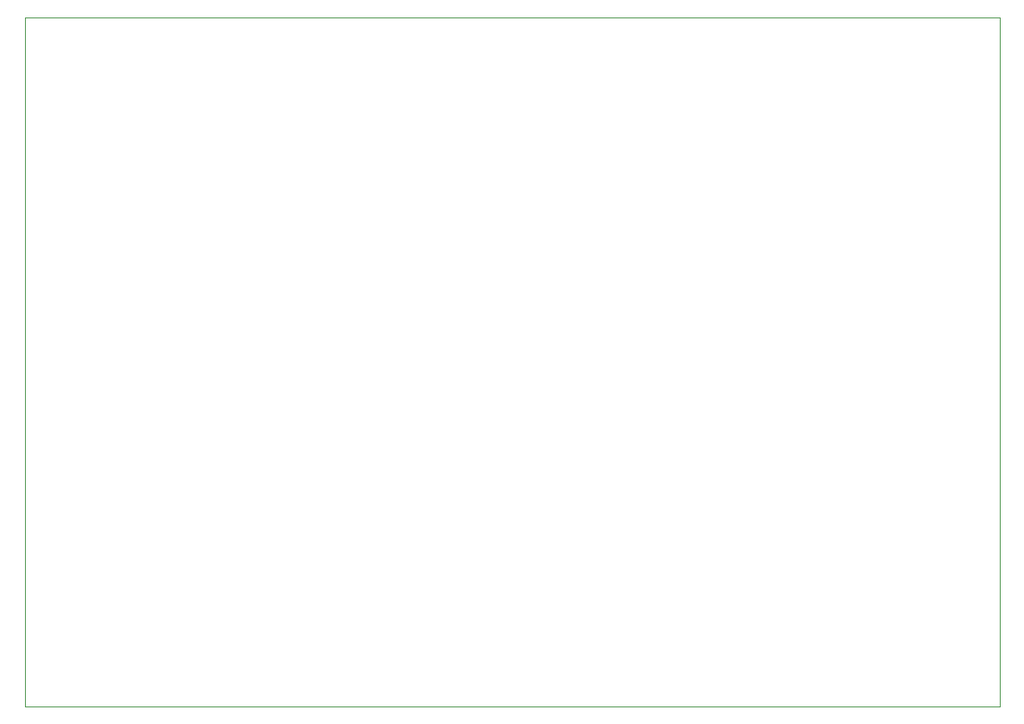
<source format=gbr>
%TF.GenerationSoftware,KiCad,Pcbnew,8.0.3*%
%TF.CreationDate,2025-03-04T16:01:30+01:00*%
%TF.ProjectId,Esp32-card,45737033-322d-4636-9172-642e6b696361,rev?*%
%TF.SameCoordinates,Original*%
%TF.FileFunction,Profile,NP*%
%FSLAX46Y46*%
G04 Gerber Fmt 4.6, Leading zero omitted, Abs format (unit mm)*
G04 Created by KiCad (PCBNEW 8.0.3) date 2025-03-04 16:01:30*
%MOMM*%
%LPD*%
G01*
G04 APERTURE LIST*
%TA.AperFunction,Profile*%
%ADD10C,0.050000*%
%TD*%
G04 APERTURE END LIST*
D10*
X88000000Y-28000000D02*
X187000000Y-28000000D01*
X187000000Y-98000000D01*
X88000000Y-98000000D01*
X88000000Y-28000000D01*
M02*

</source>
